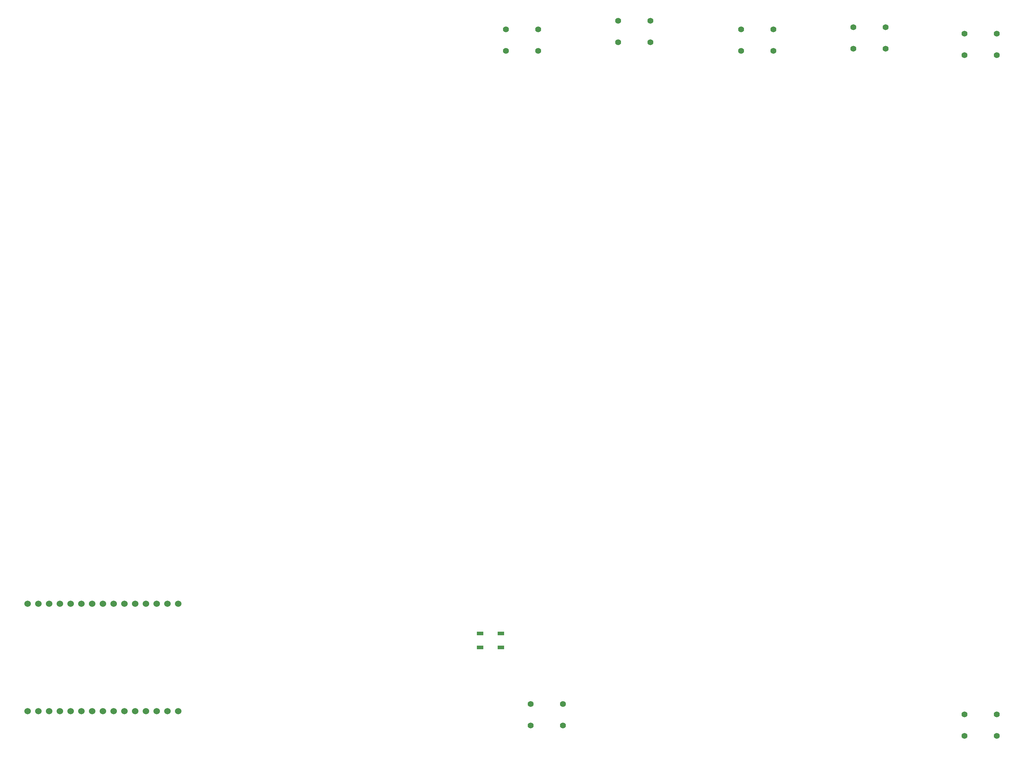
<source format=gtl>
%TF.GenerationSoftware,KiCad,Pcbnew,8.0.6*%
%TF.CreationDate,2024-11-12T14:44:17+00:00*%
%TF.ProjectId,A4,41342e6b-6963-4616-945f-706362585858,rev?*%
%TF.SameCoordinates,Original*%
%TF.FileFunction,Copper,L1,Top*%
%TF.FilePolarity,Positive*%
%FSLAX46Y46*%
G04 Gerber Fmt 4.6, Leading zero omitted, Abs format (unit mm)*
G04 Created by KiCad (PCBNEW 8.0.6) date 2024-11-12 14:44:17*
%MOMM*%
%LPD*%
G01*
G04 APERTURE LIST*
G04 Aperture macros list*
%AMRoundRect*
0 Rectangle with rounded corners*
0 $1 Rounding radius*
0 $2 $3 $4 $5 $6 $7 $8 $9 X,Y pos of 4 corners*
0 Add a 4 corners polygon primitive as box body*
4,1,4,$2,$3,$4,$5,$6,$7,$8,$9,$2,$3,0*
0 Add four circle primitives for the rounded corners*
1,1,$1+$1,$2,$3*
1,1,$1+$1,$4,$5*
1,1,$1+$1,$6,$7*
1,1,$1+$1,$8,$9*
0 Add four rect primitives between the rounded corners*
20,1,$1+$1,$2,$3,$4,$5,0*
20,1,$1+$1,$4,$5,$6,$7,0*
20,1,$1+$1,$6,$7,$8,$9,0*
20,1,$1+$1,$8,$9,$2,$3,0*%
G04 Aperture macros list end*
%TA.AperFunction,ComponentPad*%
%ADD10C,1.397000*%
%TD*%
%TA.AperFunction,ComponentPad*%
%ADD11C,1.524000*%
%TD*%
%TA.AperFunction,SMDPad,CuDef*%
%ADD12RoundRect,0.090000X-0.660000X-0.360000X0.660000X-0.360000X0.660000X0.360000X-0.660000X0.360000X0*%
%TD*%
G04 APERTURE END LIST*
D10*
%TO.P,REF\u002A\u002A,1*%
%TO.N,N/C*%
X261000000Y-194500000D03*
X268620000Y-194500000D03*
%TO.P,REF\u002A\u002A,2*%
X261000000Y-199580000D03*
X268620000Y-199580000D03*
%TD*%
%TO.P,REF\u002A\u002A,1*%
%TO.N,N/C*%
X261000000Y-33500000D03*
X268620000Y-33500000D03*
%TO.P,REF\u002A\u002A,2*%
X261000000Y-38580000D03*
X268620000Y-38580000D03*
%TD*%
%TO.P,REF\u002A\u002A,1*%
%TO.N,N/C*%
X234690000Y-31960000D03*
X242310000Y-31960000D03*
%TO.P,REF\u002A\u002A,2*%
X234690000Y-37040000D03*
X242310000Y-37040000D03*
%TD*%
%TO.P,REF\u002A\u002A,1*%
%TO.N,N/C*%
X208190000Y-32460000D03*
X215810000Y-32460000D03*
%TO.P,REF\u002A\u002A,2*%
X208190000Y-37540000D03*
X215810000Y-37540000D03*
%TD*%
%TO.P,LED1,1*%
%TO.N,N/C*%
X179190000Y-30460000D03*
X186810000Y-30460000D03*
%TO.P,LED1,2*%
X179190000Y-35540000D03*
X186810000Y-35540000D03*
%TD*%
%TO.P,REF\u002A\u002A,1*%
%TO.N,N/C*%
X152690000Y-32460000D03*
X160310000Y-32460000D03*
%TO.P,REF\u002A\u002A,2*%
X152690000Y-37540000D03*
X160310000Y-37540000D03*
%TD*%
%TO.P,REF\u002A\u002A,1*%
%TO.N,N/C*%
X158500000Y-192000000D03*
X166120000Y-192000000D03*
%TO.P,REF\u002A\u002A,2*%
X158500000Y-197080000D03*
X166120000Y-197080000D03*
%TD*%
D11*
%TO.P,REF\u002A\u002A,14*%
%TO.N,N/C*%
X75293200Y-193700000D03*
%TO.P,REF\u002A\u002A,15*%
X72753200Y-193700000D03*
%TO.P,REF\u002A\u002A,16*%
X70213200Y-193700000D03*
%TO.P,REF\u002A\u002A,17*%
X67673200Y-193700000D03*
%TO.P,REF\u002A\u002A,18*%
X65133200Y-193700000D03*
%TO.P,REF\u002A\u002A,19*%
X62593200Y-193700000D03*
%TO.P,REF\u002A\u002A,20*%
X60053200Y-193700000D03*
%TO.P,REF\u002A\u002A,21*%
X57513200Y-193700000D03*
%TO.P,REF\u002A\u002A,22*%
X54973200Y-193700000D03*
%TO.P,REF\u002A\u002A,23*%
X52433200Y-193700000D03*
%TO.P,REF\u002A\u002A,24*%
X49893200Y-193700000D03*
%TO.P,REF\u002A\u002A,25*%
X47353200Y-193700000D03*
%TO.P,REF\u002A\u002A,26*%
X44813200Y-193700000D03*
%TO.P,REF\u002A\u002A,27*%
X42273200Y-193700000D03*
%TO.P,REF\u002A\u002A,28*%
X39733200Y-193700000D03*
%TO.P,REF\u002A\u002A,29*%
X75293200Y-168300000D03*
%TO.P,REF\u002A\u002A,30*%
X72753200Y-168300000D03*
%TO.P,REF\u002A\u002A,31*%
X70213200Y-168300000D03*
%TO.P,REF\u002A\u002A,32*%
X67673200Y-168300000D03*
%TO.P,REF\u002A\u002A,33*%
X65133200Y-168300000D03*
%TO.P,REF\u002A\u002A,34*%
X62593200Y-168300000D03*
%TO.P,REF\u002A\u002A,35*%
X60053200Y-168300000D03*
%TO.P,REF\u002A\u002A,36*%
X57513200Y-168300000D03*
%TO.P,REF\u002A\u002A,37*%
X54973200Y-168300000D03*
%TO.P,REF\u002A\u002A,38*%
X52433200Y-168300000D03*
%TO.P,REF\u002A\u002A,39*%
X49893200Y-168300000D03*
%TO.P,REF\u002A\u002A,40*%
X47353200Y-168300000D03*
%TO.P,REF\u002A\u002A,41*%
X47353200Y-168300000D03*
%TO.P,REF\u002A\u002A,42*%
X44813200Y-168300000D03*
%TO.P,REF\u002A\u002A,43*%
X39733200Y-168300000D03*
%TO.P,REF\u002A\u002A,44*%
X42273200Y-168300000D03*
%TD*%
D12*
%TO.P,REF\u002A\u002A,1*%
%TO.N,N/C*%
X146550000Y-175350000D03*
%TO.P,REF\u002A\u002A,2*%
X146550000Y-178650000D03*
%TO.P,REF\u002A\u002A,3*%
X151450000Y-178650000D03*
%TO.P,REF\u002A\u002A,4*%
X151450000Y-175350000D03*
%TD*%
M02*

</source>
